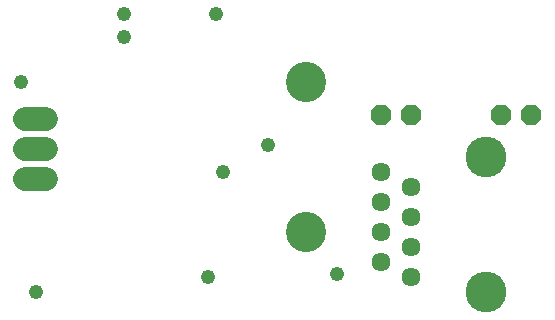
<source format=gbs>
G75*
%MOIN*%
%OFA0B0*%
%FSLAX24Y24*%
%IPPOS*%
%LPD*%
%AMOC8*
5,1,8,0,0,1.08239X$1,22.5*
%
%ADD10C,0.1340*%
%ADD11C,0.0634*%
%ADD12C,0.1360*%
%ADD13C,0.0789*%
%ADD14OC8,0.0674*%
%ADD15C,0.0480*%
D10*
X010583Y006833D03*
X010583Y011833D03*
D11*
X013083Y008833D03*
X014083Y008333D03*
X013083Y007833D03*
X014083Y007333D03*
X013083Y006833D03*
X014083Y006333D03*
X013083Y005833D03*
X014083Y005333D03*
D12*
X016583Y004833D03*
X016583Y009333D03*
D13*
X001938Y009583D02*
X001229Y009583D01*
X001229Y008583D02*
X001938Y008583D01*
X001938Y010583D02*
X001229Y010583D01*
D14*
X013083Y010733D03*
X014083Y010733D03*
X017083Y010733D03*
X018083Y010733D03*
D15*
X001583Y004833D03*
X007333Y005333D03*
X011633Y005433D03*
X007833Y008833D03*
X009333Y009733D03*
X004533Y013333D03*
X004533Y014083D03*
X007583Y014083D03*
X001083Y011833D03*
M02*

</source>
